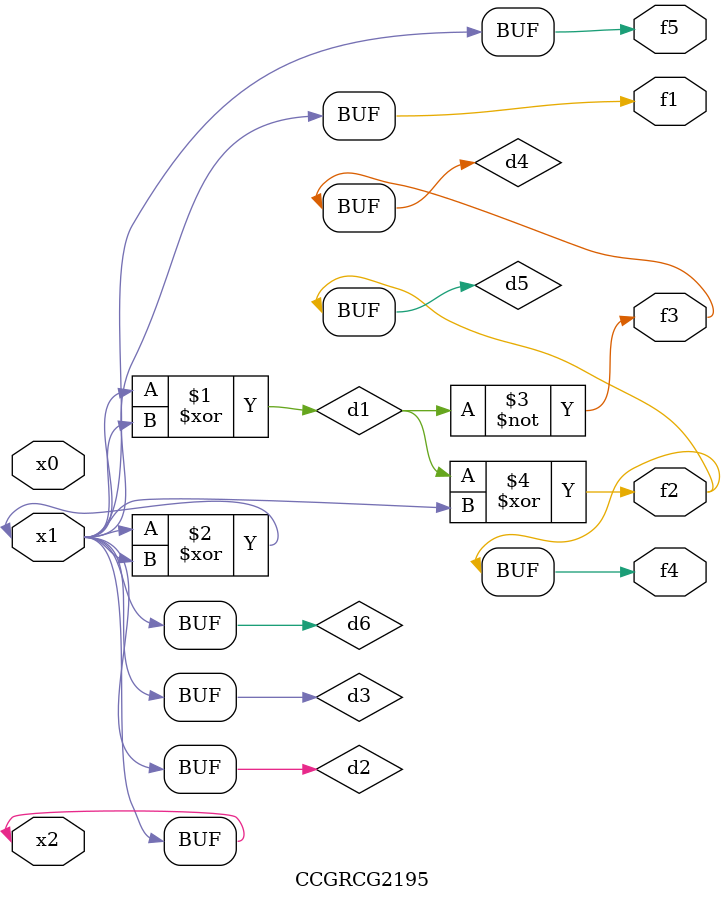
<source format=v>
module CCGRCG2195(
	input x0, x1, x2,
	output f1, f2, f3, f4, f5
);

	wire d1, d2, d3, d4, d5, d6;

	xor (d1, x1, x2);
	buf (d2, x1, x2);
	xor (d3, x1, x2);
	nor (d4, d1);
	xor (d5, d1, d2);
	buf (d6, d2, d3);
	assign f1 = d6;
	assign f2 = d5;
	assign f3 = d4;
	assign f4 = d5;
	assign f5 = d6;
endmodule

</source>
